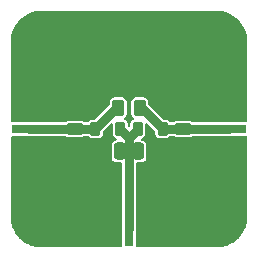
<source format=gbr>
%TF.GenerationSoftware,KiCad,Pcbnew,7.0.5+dfsg-2*%
%TF.CreationDate,2023-08-19T10:49:16+02:00*%
%TF.ProjectId,023-lumped-wilkinson-splitter,3032332d-6c75-46d7-9065-642d77696c6b,1*%
%TF.SameCoordinates,Original*%
%TF.FileFunction,Copper,L1,Top*%
%TF.FilePolarity,Positive*%
%FSLAX46Y46*%
G04 Gerber Fmt 4.6, Leading zero omitted, Abs format (unit mm)*
G04 Created by KiCad (PCBNEW 7.0.5+dfsg-2) date 2023-08-19 10:49:16*
%MOMM*%
%LPD*%
G01*
G04 APERTURE LIST*
G04 Aperture macros list*
%AMRoundRect*
0 Rectangle with rounded corners*
0 $1 Rounding radius*
0 $2 $3 $4 $5 $6 $7 $8 $9 X,Y pos of 4 corners*
0 Add a 4 corners polygon primitive as box body*
4,1,4,$2,$3,$4,$5,$6,$7,$8,$9,$2,$3,0*
0 Add four circle primitives for the rounded corners*
1,1,$1+$1,$2,$3*
1,1,$1+$1,$4,$5*
1,1,$1+$1,$6,$7*
1,1,$1+$1,$8,$9*
0 Add four rect primitives between the rounded corners*
20,1,$1+$1,$2,$3,$4,$5,0*
20,1,$1+$1,$4,$5,$6,$7,0*
20,1,$1+$1,$6,$7,$8,$9,0*
20,1,$1+$1,$8,$9,$2,$3,0*%
G04 Aperture macros list end*
%TA.AperFunction,SMDPad,CuDef*%
%ADD10RoundRect,0.218750X-0.218750X-0.381250X0.218750X-0.381250X0.218750X0.381250X-0.218750X0.381250X0*%
%TD*%
%TA.AperFunction,SMDPad,CuDef*%
%ADD11RoundRect,0.250000X-0.262500X-0.450000X0.262500X-0.450000X0.262500X0.450000X-0.262500X0.450000X0*%
%TD*%
%TA.AperFunction,SMDPad,CuDef*%
%ADD12R,0.800000X3.000000*%
%TD*%
%TA.AperFunction,ComponentPad*%
%ADD13C,0.800000*%
%TD*%
%TA.AperFunction,SMDPad,CuDef*%
%ADD14R,2.000000X3.000000*%
%TD*%
%TA.AperFunction,SMDPad,CuDef*%
%ADD15RoundRect,0.250000X0.475000X-0.250000X0.475000X0.250000X-0.475000X0.250000X-0.475000X-0.250000X0*%
%TD*%
%TA.AperFunction,SMDPad,CuDef*%
%ADD16RoundRect,0.250000X-0.475000X0.250000X-0.475000X-0.250000X0.475000X-0.250000X0.475000X0.250000X0*%
%TD*%
%TA.AperFunction,ComponentPad*%
%ADD17C,3.400000*%
%TD*%
%TA.AperFunction,SMDPad,CuDef*%
%ADD18R,3.000000X0.800000*%
%TD*%
%TA.AperFunction,SMDPad,CuDef*%
%ADD19R,3.000000X2.000000*%
%TD*%
%TA.AperFunction,SMDPad,CuDef*%
%ADD20RoundRect,0.218750X0.218750X0.381250X-0.218750X0.381250X-0.218750X-0.381250X0.218750X-0.381250X0*%
%TD*%
%TA.AperFunction,SMDPad,CuDef*%
%ADD21RoundRect,0.250000X0.250000X0.475000X-0.250000X0.475000X-0.250000X-0.475000X0.250000X-0.475000X0*%
%TD*%
%TA.AperFunction,SMDPad,CuDef*%
%ADD22RoundRect,0.250000X-0.250000X-0.475000X0.250000X-0.475000X0.250000X0.475000X-0.250000X0.475000X0*%
%TD*%
%TA.AperFunction,ViaPad*%
%ADD23C,0.800000*%
%TD*%
%TA.AperFunction,Conductor*%
%ADD24C,0.800000*%
%TD*%
G04 APERTURE END LIST*
D10*
%TO.P,L4,1,1*%
%TO.N,Net-(J2-Pin_1)*%
X148237500Y-77500000D03*
%TO.P,L4,2,2*%
%TO.N,Net-(J3-Pin_1)*%
X150362500Y-77500000D03*
%TD*%
D11*
%TO.P,R1,1*%
%TO.N,Net-(J1-Pin_1)*%
X146587500Y-75700000D03*
%TO.P,R1,2*%
%TO.N,Net-(J3-Pin_1)*%
X148412500Y-75700000D03*
%TD*%
D12*
%TO.P,J2,1,Pin_1*%
%TO.N,Net-(J2-Pin_1)*%
X147500000Y-86000000D03*
D13*
%TO.P,J2,2,Pin_2*%
%TO.N,GND*%
X148500000Y-85000000D03*
X146500000Y-85000000D03*
X149000000Y-85500000D03*
X146000000Y-85500000D03*
D14*
X149100000Y-86000000D03*
D13*
X148500000Y-86000000D03*
X146500000Y-86000000D03*
D14*
X145900000Y-86000000D03*
D13*
X149000000Y-86500000D03*
X146000000Y-86500000D03*
X148500000Y-87000000D03*
X146500000Y-87000000D03*
%TD*%
D15*
%TO.P,C3,1*%
%TO.N,GND*%
X142900000Y-79400000D03*
%TO.P,C3,2*%
%TO.N,Net-(J1-Pin_1)*%
X142900000Y-77500000D03*
%TD*%
D16*
%TO.P,C2,1*%
%TO.N,Net-(J3-Pin_1)*%
X152100000Y-77500000D03*
%TO.P,C2,2*%
%TO.N,GND*%
X152100000Y-79400000D03*
%TD*%
D17*
%TO.P,H3,1,1*%
%TO.N,GND*%
X140000000Y-70000000D03*
%TD*%
D18*
%TO.P,J3,1,Pin_1*%
%TO.N,Net-(J3-Pin_1)*%
X156000000Y-77500000D03*
D13*
%TO.P,J3,2,Pin_2*%
%TO.N,GND*%
X155000000Y-76500000D03*
X155000000Y-78500000D03*
X155500000Y-76000000D03*
X155500000Y-79000000D03*
D19*
X156000000Y-75900000D03*
D13*
X156000000Y-76500000D03*
X156000000Y-78500000D03*
D19*
X156000000Y-79100000D03*
D13*
X156500000Y-76000000D03*
X156500000Y-79000000D03*
X157000000Y-76500000D03*
X157000000Y-78500000D03*
%TD*%
D20*
%TO.P,L3,1,1*%
%TO.N,Net-(J2-Pin_1)*%
X146762500Y-77500000D03*
%TO.P,L3,2,2*%
%TO.N,Net-(J1-Pin_1)*%
X144637500Y-77500000D03*
%TD*%
D21*
%TO.P,C4,2*%
%TO.N,GND*%
X144850000Y-79400000D03*
%TO.P,C4,1*%
%TO.N,Net-(J2-Pin_1)*%
X146750000Y-79400000D03*
%TD*%
D17*
%TO.P,H1,1,1*%
%TO.N,GND*%
X155000000Y-85000000D03*
%TD*%
D22*
%TO.P,C1,1*%
%TO.N,Net-(J2-Pin_1)*%
X148250000Y-79400000D03*
%TO.P,C1,2*%
%TO.N,GND*%
X150150000Y-79400000D03*
%TD*%
D17*
%TO.P,H2,1,1*%
%TO.N,GND*%
X155000000Y-70000000D03*
%TD*%
D18*
%TO.P,J1,1,Pin_1*%
%TO.N,Net-(J1-Pin_1)*%
X139000000Y-77500000D03*
D13*
%TO.P,J1,2,Pin_2*%
%TO.N,GND*%
X140000000Y-78500000D03*
X140000000Y-76500000D03*
X139500000Y-79000000D03*
X139500000Y-76000000D03*
D19*
X139000000Y-79100000D03*
D13*
X139000000Y-78500000D03*
X139000000Y-76500000D03*
D19*
X139000000Y-75900000D03*
D13*
X138500000Y-79000000D03*
X138500000Y-76000000D03*
X138000000Y-78500000D03*
X138000000Y-76500000D03*
%TD*%
D17*
%TO.P,H4,1,1*%
%TO.N,GND*%
X140000000Y-85000000D03*
%TD*%
D23*
%TO.N,GND*%
X149000000Y-84500000D03*
X146000000Y-84500000D03*
X146000000Y-83500000D03*
X146000000Y-82500000D03*
X149000000Y-82500000D03*
X149000000Y-83500000D03*
X148500000Y-82000000D03*
X148500000Y-83000000D03*
X148500000Y-84000000D03*
X146500000Y-82000000D03*
X146500000Y-83000000D03*
X146500000Y-84000000D03*
X151500000Y-76000000D03*
X152500000Y-76000000D03*
X153500000Y-79000000D03*
X154500000Y-79000000D03*
X154500000Y-76000000D03*
X153500000Y-76000000D03*
X153000000Y-78500000D03*
X154000000Y-78500000D03*
X153000000Y-76500000D03*
X154000000Y-76500000D03*
X142000000Y-78500000D03*
X141500000Y-79000000D03*
X140500000Y-79000000D03*
X141000000Y-78500000D03*
X143500000Y-76000000D03*
X142500000Y-76000000D03*
X140500000Y-76000000D03*
X141500000Y-76000000D03*
X142000000Y-76500000D03*
X141000000Y-76500000D03*
X150000000Y-80000000D03*
X145000000Y-80000000D03*
X142500000Y-80000000D03*
X150000000Y-75000000D03*
X150000000Y-72500000D03*
X150000000Y-70000000D03*
X147500000Y-70000000D03*
X145000000Y-70000000D03*
X142500000Y-70000000D03*
X140000000Y-72500000D03*
X140000000Y-75000000D03*
X140000000Y-80000000D03*
X140000000Y-82500000D03*
X142500000Y-82500000D03*
X142500000Y-85000000D03*
X145000000Y-85000000D03*
X145000000Y-82500000D03*
X150000000Y-85000000D03*
X152500000Y-85000000D03*
X150000000Y-82500000D03*
X152500000Y-80000000D03*
X152500000Y-82500000D03*
X155000000Y-82500000D03*
X155000000Y-80000000D03*
X155000000Y-75000000D03*
X155000000Y-72500000D03*
X152500000Y-75000000D03*
X152500000Y-72500000D03*
X152500000Y-70000000D03*
%TD*%
D24*
%TO.N,Net-(J1-Pin_1)*%
X146587500Y-75700000D02*
X146437500Y-75700000D01*
X146437500Y-75700000D02*
X144637500Y-77500000D01*
%TO.N,Net-(J3-Pin_1)*%
X148412500Y-75700000D02*
X148562500Y-75700000D01*
X148562500Y-75700000D02*
X150362500Y-77500000D01*
%TO.N,Net-(J1-Pin_1)*%
X142900000Y-77500000D02*
X139000000Y-77500000D01*
X144637500Y-77500000D02*
X142900000Y-77500000D01*
%TO.N,Net-(J3-Pin_1)*%
X152100000Y-77500000D02*
X156000000Y-77500000D01*
X150362500Y-77500000D02*
X152100000Y-77500000D01*
%TO.N,Net-(J2-Pin_1)*%
X147500000Y-78237500D02*
X148237500Y-77500000D01*
X147500000Y-86000000D02*
X147500000Y-78237500D01*
X147500000Y-78237500D02*
X146762500Y-77500000D01*
%TD*%
%TA.AperFunction,Conductor*%
%TO.N,GND*%
G36*
X146070445Y-77013033D02*
G01*
X146113710Y-77056298D01*
X146124500Y-77101243D01*
X146124500Y-77914248D01*
X146140049Y-78012419D01*
X146140050Y-78012423D01*
X146156421Y-78044552D01*
X146200342Y-78130751D01*
X146294249Y-78224658D01*
X146412580Y-78284951D01*
X146412584Y-78284951D01*
X146419987Y-78287357D01*
X146418893Y-78290723D01*
X146459805Y-78311545D01*
X146487609Y-78366048D01*
X146478066Y-78426485D01*
X146434822Y-78469770D01*
X146420786Y-78474790D01*
X146420987Y-78475364D01*
X146287116Y-78522207D01*
X146177855Y-78602845D01*
X146177845Y-78602855D01*
X146097207Y-78712116D01*
X146052355Y-78840296D01*
X146052353Y-78840305D01*
X146049500Y-78870725D01*
X146049500Y-79929274D01*
X146052353Y-79959694D01*
X146052355Y-79959703D01*
X146097207Y-80087883D01*
X146177845Y-80197144D01*
X146177847Y-80197146D01*
X146177850Y-80197150D01*
X146177853Y-80197152D01*
X146177855Y-80197154D01*
X146287116Y-80277792D01*
X146287117Y-80277792D01*
X146287118Y-80277793D01*
X146415301Y-80322646D01*
X146445725Y-80325499D01*
X146445727Y-80325500D01*
X146445734Y-80325500D01*
X146800500Y-80325500D01*
X146858691Y-80344407D01*
X146894655Y-80393907D01*
X146899500Y-80424500D01*
X146899500Y-87400500D01*
X146880593Y-87458691D01*
X146831093Y-87494655D01*
X146800500Y-87499500D01*
X140001490Y-87499500D01*
X139998524Y-87499410D01*
X139965819Y-87497432D01*
X139901162Y-87493520D01*
X139728105Y-87482178D01*
X139692881Y-87479870D01*
X139687205Y-87479166D01*
X139550823Y-87454173D01*
X139383706Y-87420931D01*
X139378633Y-87419640D01*
X139239438Y-87376265D01*
X139238254Y-87375879D01*
X139084401Y-87323654D01*
X139079995Y-87321919D01*
X138944298Y-87260847D01*
X138942745Y-87260115D01*
X138889851Y-87234030D01*
X138799673Y-87189559D01*
X138795957Y-87187524D01*
X138667380Y-87109797D01*
X138665487Y-87108593D01*
X138534028Y-87020755D01*
X138531001Y-87018562D01*
X138412155Y-86925454D01*
X138410064Y-86923721D01*
X138291628Y-86819855D01*
X138289263Y-86817640D01*
X138182358Y-86710735D01*
X138180143Y-86708370D01*
X138076272Y-86589928D01*
X138074544Y-86587843D01*
X137981436Y-86468997D01*
X137979243Y-86465970D01*
X137891405Y-86334511D01*
X137890201Y-86332618D01*
X137812474Y-86204041D01*
X137810439Y-86200325D01*
X137739860Y-86057206D01*
X137739174Y-86055750D01*
X137678073Y-85919989D01*
X137676353Y-85915621D01*
X137624115Y-85761733D01*
X137623752Y-85760621D01*
X137580354Y-85621349D01*
X137579067Y-85616292D01*
X137545834Y-85449219D01*
X137520828Y-85312765D01*
X137520131Y-85307148D01*
X137506493Y-85099080D01*
X137500589Y-85001476D01*
X137500500Y-84998510D01*
X137500500Y-78199500D01*
X137519407Y-78141309D01*
X137568907Y-78105345D01*
X137599500Y-78100500D01*
X138960639Y-78100500D01*
X142108686Y-78100500D01*
X142166877Y-78119407D01*
X142167474Y-78119845D01*
X142212116Y-78152792D01*
X142212117Y-78152792D01*
X142212118Y-78152793D01*
X142340301Y-78197646D01*
X142370725Y-78200499D01*
X142370727Y-78200500D01*
X142370734Y-78200500D01*
X143429273Y-78200500D01*
X143429273Y-78200499D01*
X143459699Y-78197646D01*
X143587882Y-78152793D01*
X143619449Y-78129496D01*
X143632526Y-78119845D01*
X143690574Y-78100503D01*
X143691314Y-78100500D01*
X144004084Y-78100500D01*
X144062275Y-78119407D01*
X144074088Y-78129496D01*
X144075340Y-78130748D01*
X144075342Y-78130751D01*
X144169249Y-78224658D01*
X144287580Y-78284951D01*
X144354130Y-78295491D01*
X144385751Y-78300500D01*
X144385754Y-78300500D01*
X144889249Y-78300500D01*
X144917803Y-78295976D01*
X144987420Y-78284951D01*
X145105751Y-78224658D01*
X145199658Y-78130751D01*
X145259951Y-78012420D01*
X145275500Y-77914246D01*
X145275500Y-77752242D01*
X145294407Y-77694051D01*
X145304490Y-77682244D01*
X145955495Y-77031239D01*
X146010013Y-77003462D01*
X146070445Y-77013033D01*
G37*
%TD.AperFunction*%
%TA.AperFunction,Conductor*%
G36*
X149044501Y-77031236D02*
G01*
X149401530Y-77388265D01*
X149695504Y-77682239D01*
X149723281Y-77736756D01*
X149724500Y-77752243D01*
X149724500Y-77914248D01*
X149740049Y-78012419D01*
X149740050Y-78012423D01*
X149756421Y-78044552D01*
X149800342Y-78130751D01*
X149894249Y-78224658D01*
X150012580Y-78284951D01*
X150079130Y-78295491D01*
X150110751Y-78300500D01*
X150110754Y-78300500D01*
X150614249Y-78300500D01*
X150642803Y-78295976D01*
X150712420Y-78284951D01*
X150830751Y-78224658D01*
X150924658Y-78130751D01*
X150924659Y-78130748D01*
X150925912Y-78129496D01*
X150980429Y-78101719D01*
X150995916Y-78100500D01*
X151308686Y-78100500D01*
X151366877Y-78119407D01*
X151367474Y-78119845D01*
X151412116Y-78152792D01*
X151412117Y-78152792D01*
X151412118Y-78152793D01*
X151540301Y-78197646D01*
X151570725Y-78200499D01*
X151570727Y-78200500D01*
X151570734Y-78200500D01*
X152629273Y-78200500D01*
X152629273Y-78200499D01*
X152659699Y-78197646D01*
X152787882Y-78152793D01*
X152819449Y-78129496D01*
X152832526Y-78119845D01*
X152890574Y-78100503D01*
X152891314Y-78100500D01*
X154480252Y-78100500D01*
X157400500Y-78100500D01*
X157458691Y-78119407D01*
X157494655Y-78168907D01*
X157499500Y-78199500D01*
X157499500Y-84998509D01*
X157499410Y-85001476D01*
X157497644Y-85030672D01*
X157493520Y-85098836D01*
X157479871Y-85307110D01*
X157479165Y-85312801D01*
X157454175Y-85449165D01*
X157420931Y-85616292D01*
X157419640Y-85621365D01*
X157376265Y-85760560D01*
X157375879Y-85761744D01*
X157323654Y-85915597D01*
X157321919Y-85920003D01*
X157260847Y-86055700D01*
X157260103Y-86057279D01*
X157189559Y-86200325D01*
X157187524Y-86204041D01*
X157109797Y-86332618D01*
X157108593Y-86334511D01*
X157020755Y-86465970D01*
X157018562Y-86468997D01*
X156925454Y-86587843D01*
X156923704Y-86589954D01*
X156819855Y-86708370D01*
X156817640Y-86710735D01*
X156710735Y-86817640D01*
X156708370Y-86819855D01*
X156589954Y-86923704D01*
X156587843Y-86925454D01*
X156468997Y-87018562D01*
X156465970Y-87020755D01*
X156334511Y-87108593D01*
X156332618Y-87109797D01*
X156204041Y-87187524D01*
X156200325Y-87189559D01*
X156057279Y-87260103D01*
X156055700Y-87260847D01*
X155920003Y-87321919D01*
X155915597Y-87323654D01*
X155761744Y-87375879D01*
X155760560Y-87376265D01*
X155621365Y-87419640D01*
X155616292Y-87420931D01*
X155449165Y-87454175D01*
X155395351Y-87464037D01*
X155312798Y-87479165D01*
X155307113Y-87479870D01*
X155284788Y-87481333D01*
X155098836Y-87493520D01*
X155032463Y-87497536D01*
X155001475Y-87499410D01*
X154998510Y-87499500D01*
X148199500Y-87499500D01*
X148141309Y-87480593D01*
X148105345Y-87431093D01*
X148100500Y-87400500D01*
X148100500Y-80424500D01*
X148119407Y-80366309D01*
X148168907Y-80330345D01*
X148199500Y-80325500D01*
X148554273Y-80325500D01*
X148554273Y-80325499D01*
X148584699Y-80322646D01*
X148712882Y-80277793D01*
X148822150Y-80197150D01*
X148902793Y-80087882D01*
X148947646Y-79959699D01*
X148950499Y-79929273D01*
X148950500Y-79929273D01*
X148950500Y-78870726D01*
X148950499Y-78870725D01*
X148947646Y-78840305D01*
X148947646Y-78840301D01*
X148902793Y-78712118D01*
X148822150Y-78602850D01*
X148822146Y-78602847D01*
X148822144Y-78602845D01*
X148712883Y-78522207D01*
X148579013Y-78475364D01*
X148579862Y-78472936D01*
X148536218Y-78447408D01*
X148511649Y-78391372D01*
X148524709Y-78331597D01*
X148570410Y-78290914D01*
X148580234Y-78288038D01*
X148580013Y-78287357D01*
X148587413Y-78284951D01*
X148587420Y-78284951D01*
X148705751Y-78224658D01*
X148799658Y-78130751D01*
X148859951Y-78012420D01*
X148875500Y-77914246D01*
X148875500Y-77101241D01*
X148894407Y-77043051D01*
X148943907Y-77007087D01*
X149005093Y-77007087D01*
X149044501Y-77031236D01*
G37*
%TD.AperFunction*%
%TA.AperFunction,Conductor*%
G36*
X155001476Y-67500589D02*
G01*
X155099080Y-67506493D01*
X155307148Y-67520131D01*
X155312765Y-67520828D01*
X155449219Y-67545834D01*
X155616297Y-67579068D01*
X155621349Y-67580354D01*
X155760621Y-67623752D01*
X155761733Y-67624115D01*
X155915621Y-67676353D01*
X155919989Y-67678073D01*
X156055750Y-67739174D01*
X156057206Y-67739860D01*
X156200325Y-67810439D01*
X156204041Y-67812474D01*
X156332633Y-67890210D01*
X156334511Y-67891405D01*
X156465970Y-67979243D01*
X156468997Y-67981436D01*
X156587843Y-68074544D01*
X156589928Y-68076272D01*
X156708370Y-68180143D01*
X156710735Y-68182358D01*
X156817640Y-68289263D01*
X156819855Y-68291628D01*
X156923721Y-68410064D01*
X156925454Y-68412155D01*
X157018562Y-68531001D01*
X157020755Y-68534028D01*
X157108593Y-68665487D01*
X157109797Y-68667380D01*
X157187524Y-68795957D01*
X157189559Y-68799673D01*
X157234030Y-68889851D01*
X157260115Y-68942745D01*
X157260847Y-68944298D01*
X157321919Y-69079995D01*
X157323654Y-69084401D01*
X157375879Y-69238254D01*
X157376265Y-69239438D01*
X157419640Y-69378633D01*
X157420931Y-69383706D01*
X157454175Y-69550833D01*
X157479165Y-69687197D01*
X157479871Y-69692888D01*
X157493520Y-69901162D01*
X157497432Y-69965819D01*
X157499410Y-69998524D01*
X157499500Y-70001490D01*
X157499500Y-76800500D01*
X157480593Y-76858691D01*
X157431093Y-76894655D01*
X157400500Y-76899500D01*
X152891314Y-76899500D01*
X152833123Y-76880593D01*
X152832526Y-76880155D01*
X152787883Y-76847207D01*
X152659703Y-76802355D01*
X152659694Y-76802353D01*
X152629274Y-76799500D01*
X152629266Y-76799500D01*
X151570734Y-76799500D01*
X151570725Y-76799500D01*
X151540305Y-76802353D01*
X151540296Y-76802355D01*
X151412116Y-76847207D01*
X151367474Y-76880155D01*
X151309426Y-76899497D01*
X151308686Y-76899500D01*
X150995916Y-76899500D01*
X150937725Y-76880593D01*
X150925912Y-76870504D01*
X150924659Y-76869251D01*
X150924658Y-76869249D01*
X150830751Y-76775342D01*
X150826631Y-76773243D01*
X150712423Y-76715050D01*
X150712420Y-76715049D01*
X150687876Y-76711161D01*
X150614249Y-76699500D01*
X150614246Y-76699500D01*
X150452243Y-76699500D01*
X150394052Y-76680593D01*
X150382239Y-76670504D01*
X149154496Y-75442761D01*
X149126719Y-75388244D01*
X149125500Y-75372757D01*
X149125500Y-75195727D01*
X149125499Y-75195725D01*
X149122646Y-75165305D01*
X149122646Y-75165301D01*
X149077793Y-75037118D01*
X148997150Y-74927850D01*
X148997146Y-74927847D01*
X148997144Y-74927845D01*
X148887883Y-74847207D01*
X148759703Y-74802355D01*
X148759694Y-74802353D01*
X148729274Y-74799500D01*
X148729266Y-74799500D01*
X148095734Y-74799500D01*
X148095725Y-74799500D01*
X148065305Y-74802353D01*
X148065296Y-74802355D01*
X147937116Y-74847207D01*
X147827855Y-74927845D01*
X147827845Y-74927855D01*
X147747207Y-75037116D01*
X147702355Y-75165296D01*
X147702353Y-75165305D01*
X147699500Y-75195725D01*
X147699500Y-76204274D01*
X147702353Y-76234694D01*
X147702355Y-76234703D01*
X147747207Y-76362883D01*
X147827845Y-76472144D01*
X147827847Y-76472146D01*
X147827850Y-76472150D01*
X147827853Y-76472152D01*
X147827854Y-76472153D01*
X147919724Y-76539956D01*
X147955317Y-76589723D01*
X147954859Y-76650907D01*
X147918526Y-76700137D01*
X147891530Y-76713765D01*
X147887580Y-76715048D01*
X147769250Y-76775341D01*
X147675341Y-76869250D01*
X147615050Y-76987576D01*
X147615049Y-76987580D01*
X147599500Y-77085751D01*
X147599500Y-77247756D01*
X147580593Y-77305947D01*
X147570434Y-77317829D01*
X147569933Y-77318329D01*
X147515388Y-77346053D01*
X147454966Y-77336421D01*
X147429995Y-77318260D01*
X147429496Y-77317761D01*
X147401719Y-77263244D01*
X147400500Y-77247757D01*
X147400500Y-77085751D01*
X147395491Y-77054130D01*
X147384951Y-76987580D01*
X147324658Y-76869249D01*
X147230751Y-76775342D01*
X147228576Y-76774234D01*
X147112422Y-76715049D01*
X147108471Y-76713766D01*
X147058971Y-76677802D01*
X147040063Y-76619612D01*
X147058970Y-76561421D01*
X147080269Y-76539960D01*
X147172150Y-76472150D01*
X147252793Y-76362882D01*
X147297646Y-76234699D01*
X147300499Y-76204273D01*
X147300500Y-76204273D01*
X147300500Y-75195726D01*
X147300499Y-75195725D01*
X147297646Y-75165305D01*
X147297646Y-75165301D01*
X147252793Y-75037118D01*
X147172150Y-74927850D01*
X147172146Y-74927847D01*
X147172144Y-74927845D01*
X147062883Y-74847207D01*
X146934703Y-74802355D01*
X146934694Y-74802353D01*
X146904274Y-74799500D01*
X146904266Y-74799500D01*
X146270734Y-74799500D01*
X146270725Y-74799500D01*
X146240305Y-74802353D01*
X146240296Y-74802355D01*
X146112116Y-74847207D01*
X146002855Y-74927845D01*
X146002845Y-74927855D01*
X145922207Y-75037116D01*
X145877355Y-75165296D01*
X145877353Y-75165305D01*
X145874500Y-75195725D01*
X145874500Y-75372757D01*
X145855593Y-75430948D01*
X145845504Y-75442761D01*
X144617761Y-76670504D01*
X144563244Y-76698281D01*
X144547757Y-76699500D01*
X144385751Y-76699500D01*
X144287580Y-76715049D01*
X144287576Y-76715050D01*
X144169250Y-76775341D01*
X144169249Y-76775341D01*
X144169249Y-76775342D01*
X144075342Y-76869249D01*
X144075340Y-76869251D01*
X144074088Y-76870504D01*
X144019571Y-76898281D01*
X144004084Y-76899500D01*
X143691314Y-76899500D01*
X143633123Y-76880593D01*
X143632526Y-76880155D01*
X143587883Y-76847207D01*
X143459703Y-76802355D01*
X143459694Y-76802353D01*
X143429274Y-76799500D01*
X143429266Y-76799500D01*
X142370734Y-76799500D01*
X142370725Y-76799500D01*
X142340305Y-76802353D01*
X142340296Y-76802355D01*
X142212116Y-76847207D01*
X142167474Y-76880155D01*
X142109426Y-76899497D01*
X142108686Y-76899500D01*
X137599500Y-76899500D01*
X137541309Y-76880593D01*
X137505345Y-76831093D01*
X137500500Y-76800500D01*
X137500500Y-70001488D01*
X137500589Y-69998523D01*
X137506487Y-69901008D01*
X137520131Y-69692847D01*
X137520827Y-69687239D01*
X137545839Y-69550752D01*
X137579070Y-69383693D01*
X137580351Y-69378659D01*
X137623767Y-69239332D01*
X137624099Y-69238314D01*
X137676358Y-69084364D01*
X137678067Y-69080024D01*
X137739195Y-68944203D01*
X137739839Y-68942836D01*
X137810449Y-68799654D01*
X137812462Y-68795978D01*
X137890235Y-68667325D01*
X137891386Y-68665516D01*
X137979259Y-68534004D01*
X137981436Y-68531001D01*
X137993875Y-68515122D01*
X138074571Y-68412122D01*
X138076242Y-68410106D01*
X138180174Y-68291594D01*
X138182343Y-68289278D01*
X138289278Y-68182343D01*
X138291594Y-68180174D01*
X138410106Y-68076242D01*
X138412122Y-68074571D01*
X138531001Y-67981436D01*
X138534004Y-67979259D01*
X138665516Y-67891386D01*
X138667325Y-67890235D01*
X138795978Y-67812462D01*
X138799654Y-67810449D01*
X138942836Y-67739839D01*
X138944203Y-67739195D01*
X139080024Y-67678067D01*
X139084364Y-67676358D01*
X139238314Y-67624099D01*
X139239332Y-67623767D01*
X139378659Y-67580351D01*
X139383693Y-67579070D01*
X139550752Y-67545839D01*
X139687239Y-67520827D01*
X139692847Y-67520131D01*
X139901019Y-67506487D01*
X139998523Y-67500589D01*
X140001490Y-67500500D01*
X154998510Y-67500500D01*
X155001476Y-67500589D01*
G37*
%TD.AperFunction*%
%TD*%
M02*

</source>
